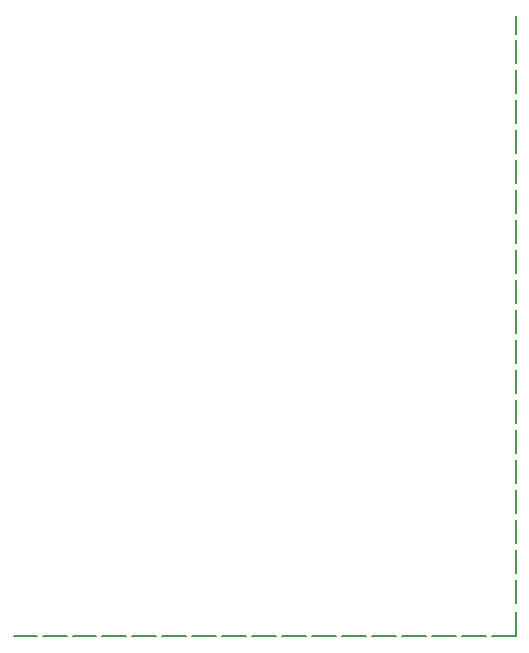
<source format=gbo>
G04 #@! TF.FileFunction,Legend,Bot*
%FSLAX46Y46*%
G04 Gerber Fmt 4.6, Leading zero omitted, Abs format (unit mm)*
G04 Created by KiCad (PCBNEW 4.0.7-e2-6376~58~ubuntu16.04.1) date Mon Jan  1 22:00:45 2018*
%MOMM*%
%LPD*%
G01*
G04 APERTURE LIST*
%ADD10C,0.100000*%
%ADD11C,0.200000*%
G04 APERTURE END LIST*
D10*
D11*
X149000000Y-37000000D02*
X149000000Y-35500000D01*
X108500000Y-87960000D02*
X106500000Y-87960000D01*
X111000000Y-87960000D02*
X109000000Y-87960000D01*
X113500000Y-87960000D02*
X111500000Y-87960000D01*
X116000000Y-87960000D02*
X114000000Y-87960000D01*
X149000000Y-87960000D02*
X147000000Y-87960000D01*
X149000000Y-85960000D02*
X149000000Y-87960000D01*
X149000000Y-42580000D02*
X149000000Y-44580000D01*
X149000000Y-40040000D02*
X149000000Y-42040000D01*
X149000000Y-37500000D02*
X149000000Y-39500000D01*
X116500000Y-88000000D02*
X118500000Y-88000000D01*
X119040000Y-88000000D02*
X121040000Y-88000000D01*
X121580000Y-88000000D02*
X123580000Y-88000000D01*
X124120000Y-88000000D02*
X126120000Y-88000000D01*
X126660000Y-88000000D02*
X128660000Y-88000000D01*
X129200000Y-88000000D02*
X131200000Y-88000000D01*
X131740000Y-88000000D02*
X133740000Y-88000000D01*
X134280000Y-88000000D02*
X136280000Y-88000000D01*
X136820000Y-88000000D02*
X138820000Y-88000000D01*
X139360000Y-88000000D02*
X141360000Y-88000000D01*
X141900000Y-88000000D02*
X143900000Y-88000000D01*
X144440000Y-88000000D02*
X146440000Y-88000000D01*
X144440000Y-88000000D02*
X146440000Y-88000000D01*
X141900000Y-88000000D02*
X143900000Y-88000000D01*
X139360000Y-88000000D02*
X141360000Y-88000000D01*
X136820000Y-88000000D02*
X138820000Y-88000000D01*
X134280000Y-88000000D02*
X136280000Y-88000000D01*
X131740000Y-88000000D02*
X133740000Y-88000000D01*
X129200000Y-88000000D02*
X131200000Y-88000000D01*
X126660000Y-88000000D02*
X128660000Y-88000000D01*
X124120000Y-88000000D02*
X126120000Y-88000000D01*
X121580000Y-88000000D02*
X123580000Y-88000000D01*
X119040000Y-88000000D02*
X121040000Y-88000000D01*
X116500000Y-88000000D02*
X118500000Y-88000000D01*
X149000000Y-83220000D02*
X149000000Y-85220000D01*
X149000000Y-80680000D02*
X149000000Y-82680000D01*
X149000000Y-78140000D02*
X149000000Y-80140000D01*
X149000000Y-75600000D02*
X149000000Y-77600000D01*
X149000000Y-73060000D02*
X149000000Y-75060000D01*
X149000000Y-70520000D02*
X149000000Y-72520000D01*
X149000000Y-67980000D02*
X149000000Y-69980000D01*
X149000000Y-65440000D02*
X149000000Y-67440000D01*
X149000000Y-62900000D02*
X149000000Y-64900000D01*
X149000000Y-60360000D02*
X149000000Y-62360000D01*
X149000000Y-57820000D02*
X149000000Y-59820000D01*
X149000000Y-55280000D02*
X149000000Y-57280000D01*
X149000000Y-52740000D02*
X149000000Y-54740000D01*
X149000000Y-50200000D02*
X149000000Y-52200000D01*
X149000000Y-47660000D02*
X149000000Y-49660000D01*
X149000000Y-45120000D02*
X149000000Y-47120000D01*
M02*

</source>
